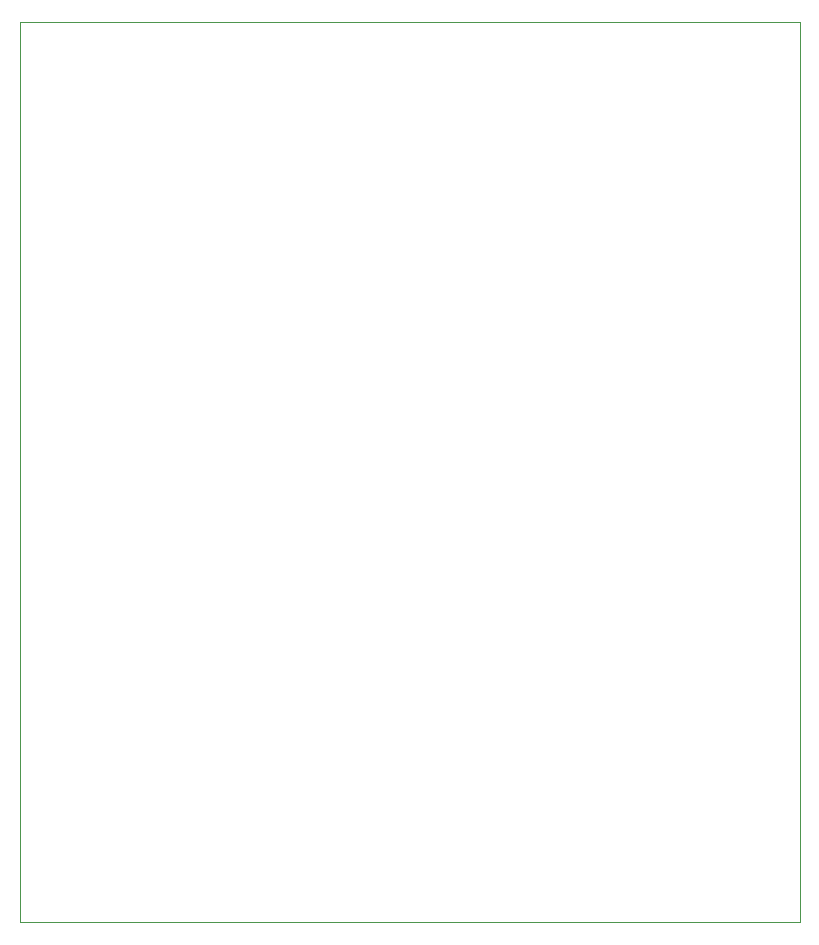
<source format=gbr>
G04 Layer_Color=0*
%FSLAX25Y25*%
%MOIN*%
%TF.FileFunction,Profile,NP*%
%TF.Part,Single*%
G01*
G75*
%TA.AperFunction,Profile*%
%ADD33C,0.00100*%
D33*
X140000Y110000D02*
Y410000D01*
X400000D01*
Y110000D01*
X140000D01*
%TF.MD5,92b2b47704accf24e266196efc2f8200*%
M02*

</source>
